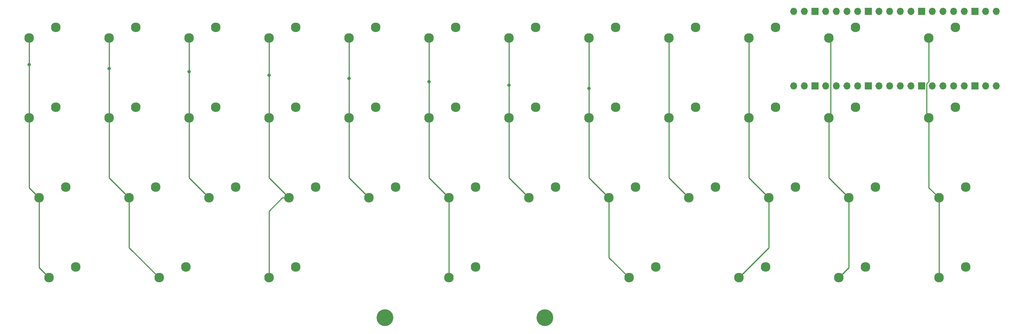
<source format=gbr>
%TF.GenerationSoftware,KiCad,Pcbnew,7.0.9*%
%TF.CreationDate,2024-02-13T22:10:24+01:00*%
%TF.ProjectId,bratski_keyboard,62726174-736b-4695-9f6b-6579626f6172,rev?*%
%TF.SameCoordinates,Original*%
%TF.FileFunction,Copper,L1,Top*%
%TF.FilePolarity,Positive*%
%FSLAX46Y46*%
G04 Gerber Fmt 4.6, Leading zero omitted, Abs format (unit mm)*
G04 Created by KiCad (PCBNEW 7.0.9) date 2024-02-13 22:10:24*
%MOMM*%
%LPD*%
G01*
G04 APERTURE LIST*
%TA.AperFunction,ComponentPad*%
%ADD10C,2.300000*%
%TD*%
%TA.AperFunction,ComponentPad*%
%ADD11C,4.000000*%
%TD*%
%TA.AperFunction,ComponentPad*%
%ADD12O,1.700000X1.700000*%
%TD*%
%TA.AperFunction,ComponentPad*%
%ADD13R,1.700000X1.700000*%
%TD*%
%TA.AperFunction,ViaPad*%
%ADD14C,0.800000*%
%TD*%
%TA.AperFunction,Conductor*%
%ADD15C,0.250000*%
%TD*%
G04 APERTURE END LIST*
D10*
%TO.P,SW42,1,1*%
%TO.N,COL9*%
X205581250Y-107950000D03*
%TO.P,SW42,2,2*%
%TO.N,Net-(D42-Pad2)*%
X211931250Y-105410000D03*
%TD*%
%TO.P,SW9,1,1*%
%TO.N,COL8*%
X188912500Y-50800000D03*
%TO.P,SW9,2,2*%
%TO.N,Net-(D9-Pad2)*%
X195262500Y-48260000D03*
%TD*%
%TO.P,SW5,1,1*%
%TO.N,COL4*%
X112712500Y-50800000D03*
%TO.P,SW5,2,2*%
%TO.N,Net-(D5-Pad2)*%
X119062500Y-48260000D03*
%TD*%
%TO.P,SW24,1,1*%
%TO.N,COL11*%
X250825000Y-69850000D03*
%TO.P,SW24,2,2*%
%TO.N,Net-(D24-Pad2)*%
X257175000Y-67310000D03*
%TD*%
%TO.P,SW17,1,1*%
%TO.N,COL4*%
X112712500Y-69850000D03*
%TO.P,SW17,2,2*%
%TO.N,Net-(D17-Pad2)*%
X119062500Y-67310000D03*
%TD*%
%TO.P,SW27,1,1*%
%TO.N,COL2*%
X79375000Y-88900000D03*
%TO.P,SW27,2,2*%
%TO.N,Net-(D27-Pad2)*%
X85725000Y-86360000D03*
%TD*%
%TO.P,SW30,1,1*%
%TO.N,COL5*%
X136525000Y-88900000D03*
%TO.P,SW30,2,2*%
%TO.N,Net-(D30-Pad2)*%
X142875000Y-86360000D03*
%TD*%
%TO.P,SW39,1,1*%
%TO.N,COL3*%
X93662500Y-107950000D03*
%TO.P,SW39,2,2*%
%TO.N,Net-(D39-Pad2)*%
X100012500Y-105410000D03*
%TD*%
%TO.P,SW6,1,1*%
%TO.N,COL5*%
X131762500Y-50800000D03*
%TO.P,SW6,2,2*%
%TO.N,Net-(D6-Pad2)*%
X138112500Y-48260000D03*
%TD*%
%TO.P,SW11,1,1*%
%TO.N,COL10*%
X227012500Y-50800000D03*
%TO.P,SW11,2,2*%
%TO.N,Net-(D11-Pad2)*%
X233362500Y-48260000D03*
%TD*%
%TO.P,SW13,1,1*%
%TO.N,COL0*%
X36512500Y-69850000D03*
%TO.P,SW13,2,2*%
%TO.N,Net-(D13-Pad2)*%
X42862500Y-67310000D03*
%TD*%
%TO.P,SW35,2,2*%
%TO.N,Net-(D35-Pad2)*%
X238125000Y-86360000D03*
%TO.P,SW35,1,1*%
%TO.N,COL10*%
X231775000Y-88900000D03*
%TD*%
%TO.P,SW44,1,1*%
%TO.N,COL11*%
X253206250Y-107950000D03*
%TO.P,SW44,2,2*%
%TO.N,Net-(D44-Pad2)*%
X259556250Y-105410000D03*
%TD*%
%TO.P,SW38,1,1*%
%TO.N,COL1*%
X67468750Y-107950000D03*
%TO.P,SW38,2,2*%
%TO.N,Net-(D38-Pad2)*%
X73818750Y-105410000D03*
%TD*%
%TO.P,SW29,1,1*%
%TO.N,COL4*%
X117475000Y-88900000D03*
%TO.P,SW29,2,2*%
%TO.N,Net-(D29-Pad2)*%
X123825000Y-86360000D03*
%TD*%
%TO.P,SW22,1,1*%
%TO.N,COL9*%
X207962500Y-69850000D03*
%TO.P,SW22,2,2*%
%TO.N,Net-(D22-Pad2)*%
X214312500Y-67310000D03*
%TD*%
%TO.P,SW31,1,1*%
%TO.N,COL6*%
X155575000Y-88900000D03*
%TO.P,SW31,2,2*%
%TO.N,Net-(D31-Pad2)*%
X161925000Y-86360000D03*
%TD*%
%TO.P,SW1,1,1*%
%TO.N,COL0*%
X36512500Y-50800000D03*
%TO.P,SW1,2,2*%
%TO.N,Net-(D1-Pad2)*%
X42862500Y-48260000D03*
%TD*%
%TO.P,SW10,1,1*%
%TO.N,COL9*%
X207962500Y-50800000D03*
%TO.P,SW10,2,2*%
%TO.N,Net-(D10-Pad2)*%
X214312500Y-48260000D03*
%TD*%
%TO.P,SW19,1,1*%
%TO.N,COL6*%
X150812500Y-69850000D03*
%TO.P,SW19,2,2*%
%TO.N,Net-(D19-Pad2)*%
X157162500Y-67310000D03*
%TD*%
%TO.P,SW37,1,1*%
%TO.N,COL0*%
X41275000Y-107950000D03*
%TO.P,SW37,2,2*%
%TO.N,Net-(D37-Pad2)*%
X47625000Y-105410000D03*
%TD*%
%TO.P,SW18,1,1*%
%TO.N,COL5*%
X131762500Y-69850000D03*
%TO.P,SW18,2,2*%
%TO.N,Net-(D18-Pad2)*%
X138112500Y-67310000D03*
%TD*%
%TO.P,SW12,1,1*%
%TO.N,COL11*%
X250825000Y-50800000D03*
%TO.P,SW12,2,2*%
%TO.N,Net-(D12-Pad2)*%
X257175000Y-48260000D03*
%TD*%
%TO.P,SW8,1,1*%
%TO.N,COL7*%
X169862500Y-50800000D03*
%TO.P,SW8,2,2*%
%TO.N,Net-(D8-Pad2)*%
X176212500Y-48260000D03*
%TD*%
%TO.P,SW21,1,1*%
%TO.N,COL8*%
X188912500Y-69850000D03*
%TO.P,SW21,2,2*%
%TO.N,Net-(D21-Pad2)*%
X195262500Y-67310000D03*
%TD*%
%TO.P,SW43,1,1*%
%TO.N,COL10*%
X229393750Y-107950000D03*
%TO.P,SW43,2,2*%
%TO.N,Net-(D43-Pad2)*%
X235743750Y-105410000D03*
%TD*%
%TO.P,SW16,1,1*%
%TO.N,COL3*%
X93662500Y-69850000D03*
%TO.P,SW16,2,2*%
%TO.N,Net-(D16-Pad2)*%
X100012500Y-67310000D03*
%TD*%
%TO.P,SW3,1,1*%
%TO.N,COL2*%
X74612500Y-50800000D03*
%TO.P,SW3,2,2*%
%TO.N,Net-(D3-Pad2)*%
X80962500Y-48260000D03*
%TD*%
%TO.P,SW40,1,1*%
%TO.N,COL5*%
X136525000Y-107950000D03*
%TO.P,SW40,2,2*%
%TO.N,Net-(D40-Pad2)*%
X142875000Y-105410000D03*
%TD*%
%TO.P,SW25,1,1*%
%TO.N,COL0*%
X38893750Y-88900000D03*
%TO.P,SW25,2,2*%
%TO.N,Net-(D25-Pad2)*%
X45243750Y-86360000D03*
%TD*%
%TO.P,SW36,1,1*%
%TO.N,COL11*%
X253206250Y-88900000D03*
%TO.P,SW36,2,2*%
%TO.N,Net-(D36-Pad2)*%
X259556250Y-86360000D03*
%TD*%
%TO.P,SW32,1,1*%
%TO.N,COL7*%
X174625000Y-88900000D03*
%TO.P,SW32,2,2*%
%TO.N,Net-(D32-Pad2)*%
X180975000Y-86360000D03*
%TD*%
%TO.P,SW4,1,1*%
%TO.N,COL3*%
X93662500Y-50800000D03*
%TO.P,SW4,2,2*%
%TO.N,Net-(D4-Pad2)*%
X100012500Y-48260000D03*
%TD*%
%TO.P,SW15,1,1*%
%TO.N,COL2*%
X74612500Y-69850000D03*
%TO.P,SW15,2,2*%
%TO.N,Net-(D15-Pad2)*%
X80962500Y-67310000D03*
%TD*%
%TO.P,SW23,1,1*%
%TO.N,COL10*%
X227012500Y-69850000D03*
%TO.P,SW23,2,2*%
%TO.N,Net-(D23-Pad2)*%
X233362500Y-67310000D03*
%TD*%
%TO.P,SW2,1,1*%
%TO.N,COL1*%
X55562500Y-50800000D03*
%TO.P,SW2,2,2*%
%TO.N,Net-(D2-Pad2)*%
X61912500Y-48260000D03*
%TD*%
%TO.P,SW26,1,1*%
%TO.N,COL1*%
X60325000Y-88900000D03*
%TO.P,SW26,2,2*%
%TO.N,Net-(D26-Pad2)*%
X66675000Y-86360000D03*
%TD*%
%TO.P,SW14,1,1*%
%TO.N,COL1*%
X55562500Y-69850000D03*
%TO.P,SW14,2,2*%
%TO.N,Net-(D14-Pad2)*%
X61912500Y-67310000D03*
%TD*%
%TO.P,SW20,1,1*%
%TO.N,COL7*%
X169862500Y-69850000D03*
%TO.P,SW20,2,2*%
%TO.N,Net-(D20-Pad2)*%
X176212500Y-67310000D03*
%TD*%
%TO.P,SW34,1,1*%
%TO.N,COL9*%
X212725000Y-88900000D03*
%TO.P,SW34,2,2*%
%TO.N,Net-(D34-Pad2)*%
X219075000Y-86360000D03*
%TD*%
%TO.P,SW33,1,1*%
%TO.N,COL8*%
X193675000Y-88900000D03*
%TO.P,SW33,2,2*%
%TO.N,Net-(D33-Pad2)*%
X200025000Y-86360000D03*
%TD*%
%TO.P,SW28,1,1*%
%TO.N,COL3*%
X98425000Y-88900000D03*
%TO.P,SW28,2,2*%
%TO.N,Net-(D28-Pad2)*%
X104775000Y-86360000D03*
%TD*%
%TO.P,SW41,1,1*%
%TO.N,COL7*%
X179387500Y-107950000D03*
%TO.P,SW41,2,2*%
%TO.N,Net-(D41-Pad2)*%
X185737500Y-105410000D03*
%TD*%
D11*
%TO.P,S1,*%
%TO.N,*%
X159385000Y-117475000D03*
X121285000Y-117475000D03*
%TD*%
D10*
%TO.P,SW7,1,1*%
%TO.N,COL6*%
X150812500Y-50800000D03*
%TO.P,SW7,2,2*%
%TO.N,Net-(D7-Pad2)*%
X157162500Y-48260000D03*
%TD*%
D12*
%TO.P,U1,1,GPIO0*%
%TO.N,ROW3*%
X266858750Y-62230000D03*
%TO.P,U1,2,GPIO1*%
%TO.N,ROW2*%
X264318750Y-62230000D03*
D13*
%TO.P,U1,3,GND*%
%TO.N,unconnected-(U1-Pad3)*%
X261778750Y-62230000D03*
D12*
%TO.P,U1,4,GPIO2*%
%TO.N,ROW1*%
X259238750Y-62230000D03*
%TO.P,U1,5,GPIO3*%
%TO.N,ROW0*%
X256698750Y-62230000D03*
%TO.P,U1,6,GPIO4*%
%TO.N,unconnected-(U1-Pad6)*%
X254158750Y-62230000D03*
%TO.P,U1,7,GPIO5*%
%TO.N,unconnected-(U1-Pad7)*%
X251618750Y-62230000D03*
D13*
%TO.P,U1,8,GND*%
%TO.N,unconnected-(U1-Pad8)*%
X249078750Y-62230000D03*
D12*
%TO.P,U1,9,GPIO6*%
%TO.N,COL0*%
X246538750Y-62230000D03*
%TO.P,U1,10,GPIO7*%
%TO.N,COL1*%
X243998750Y-62230000D03*
%TO.P,U1,11,GPIO8*%
%TO.N,COL2*%
X241458750Y-62230000D03*
%TO.P,U1,12,GPIO9*%
%TO.N,COL3*%
X238918750Y-62230000D03*
D13*
%TO.P,U1,13,GND*%
%TO.N,unconnected-(U1-Pad13)*%
X236378750Y-62230000D03*
D12*
%TO.P,U1,14,GPIO10*%
%TO.N,unconnected-(U1-Pad14)*%
X233838750Y-62230000D03*
%TO.P,U1,15,GPIO11*%
%TO.N,unconnected-(U1-Pad15)*%
X231298750Y-62230000D03*
%TO.P,U1,16,GPIO12*%
%TO.N,COL7*%
X228758750Y-62230000D03*
%TO.P,U1,17,GPIO13*%
%TO.N,COL6*%
X226218750Y-62230000D03*
D13*
%TO.P,U1,18,GND*%
%TO.N,unconnected-(U1-Pad18)*%
X223678750Y-62230000D03*
D12*
%TO.P,U1,19,GPIO14*%
%TO.N,COL5*%
X221138750Y-62230000D03*
%TO.P,U1,20,GPIO15*%
%TO.N,COL4*%
X218598750Y-62230000D03*
%TO.P,U1,21,GPIO16*%
%TO.N,unconnected-(U1-Pad21)*%
X218598750Y-44450000D03*
%TO.P,U1,22,GPIO17*%
%TO.N,unconnected-(U1-Pad22)*%
X221138750Y-44450000D03*
D13*
%TO.P,U1,23,GND*%
%TO.N,unconnected-(U1-Pad23)*%
X223678750Y-44450000D03*
D12*
%TO.P,U1,24,GPIO18*%
%TO.N,unconnected-(U1-Pad24)*%
X226218750Y-44450000D03*
%TO.P,U1,25,GPIO19*%
%TO.N,COL8*%
X228758750Y-44450000D03*
%TO.P,U1,26,GPIO20*%
%TO.N,COL9*%
X231298750Y-44450000D03*
%TO.P,U1,27,GPIO21*%
%TO.N,COL10*%
X233838750Y-44450000D03*
D13*
%TO.P,U1,28,GND*%
%TO.N,unconnected-(U1-Pad28)*%
X236378750Y-44450000D03*
D12*
%TO.P,U1,29,GPIO22*%
%TO.N,unconnected-(U1-Pad29)*%
X238918750Y-44450000D03*
%TO.P,U1,30,RUN*%
%TO.N,unconnected-(U1-Pad30)*%
X241458750Y-44450000D03*
%TO.P,U1,31,GPIO26_ADC0*%
%TO.N,unconnected-(U1-Pad31)*%
X243998750Y-44450000D03*
%TO.P,U1,32,GPIO27_ADC1*%
%TO.N,unconnected-(U1-Pad32)*%
X246538750Y-44450000D03*
D13*
%TO.P,U1,33,AGND*%
%TO.N,unconnected-(U1-Pad33)*%
X249078750Y-44450000D03*
D12*
%TO.P,U1,34,GPIO28_ADC2*%
%TO.N,COL11*%
X251618750Y-44450000D03*
%TO.P,U1,35,ADC_VREF*%
%TO.N,unconnected-(U1-Pad35)*%
X254158750Y-44450000D03*
%TO.P,U1,36,3V3*%
%TO.N,unconnected-(U1-Pad36)*%
X256698750Y-44450000D03*
%TO.P,U1,37,3V3_EN*%
%TO.N,unconnected-(U1-Pad37)*%
X259238750Y-44450000D03*
D13*
%TO.P,U1,38,GND*%
%TO.N,unconnected-(U1-Pad38)*%
X261778750Y-44450000D03*
D12*
%TO.P,U1,39,VSYS*%
%TO.N,unconnected-(U1-Pad39)*%
X264318750Y-44450000D03*
%TO.P,U1,40,VBUS*%
%TO.N,unconnected-(U1-Pad40)*%
X266858750Y-44450000D03*
%TD*%
D14*
%TO.N,COL0*%
X36512500Y-57150000D03*
%TO.N,COL1*%
X55562500Y-58033250D03*
%TO.N,COL2*%
X74612500Y-58827000D03*
%TO.N,COL3*%
X93662500Y-59620750D03*
%TO.N,COL4*%
X112712500Y-60414500D03*
%TO.N,COL5*%
X131762500Y-61208250D03*
%TO.N,COL6*%
X150812500Y-62002000D03*
%TO.N,COL7*%
X169862500Y-62795750D03*
%TD*%
D15*
%TO.N,COL0*%
X36512500Y-86518750D02*
X38893750Y-88900000D01*
X36512500Y-69850000D02*
X36512500Y-86518750D01*
X38893750Y-105568750D02*
X41275000Y-107950000D01*
X38893750Y-88900000D02*
X38893750Y-105568750D01*
X36512500Y-57150000D02*
X36512500Y-69850000D01*
X36512500Y-50800000D02*
X36512500Y-57150000D01*
%TO.N,COL1*%
X55562500Y-50800000D02*
X55562500Y-69850000D01*
X55562500Y-69850000D02*
X55562500Y-84137500D01*
X60325000Y-100806250D02*
X67468750Y-107950000D01*
X55562500Y-84137500D02*
X60325000Y-88900000D01*
X60325000Y-88900000D02*
X60325000Y-100806250D01*
%TO.N,COL2*%
X74612500Y-69850000D02*
X74612500Y-84137500D01*
X74612500Y-50800000D02*
X74612500Y-69850000D01*
X74612500Y-84137500D02*
X79375000Y-88900000D01*
%TO.N,COL3*%
X98425000Y-88900000D02*
X96798655Y-88900000D01*
X93662500Y-84137500D02*
X98425000Y-88900000D01*
X93662500Y-69850000D02*
X93662500Y-84137500D01*
X96798655Y-88900000D02*
X93662500Y-92036155D01*
X93662500Y-50800000D02*
X93662500Y-69850000D01*
X93662500Y-92036155D02*
X93662500Y-107950000D01*
%TO.N,COL4*%
X112712500Y-50800000D02*
X112712500Y-69850000D01*
X112712500Y-69850000D02*
X112712500Y-84137500D01*
X112712500Y-84137500D02*
X117475000Y-88900000D01*
%TO.N,COL5*%
X131762500Y-50800000D02*
X131762500Y-69850000D01*
X131762500Y-84137500D02*
X136525000Y-88900000D01*
X136525000Y-88900000D02*
X136525000Y-107950000D01*
X131762500Y-69850000D02*
X131762500Y-84137500D01*
%TO.N,COL6*%
X150812500Y-50800000D02*
X150812500Y-69850000D01*
X150812500Y-69850000D02*
X150812500Y-84137500D01*
X150812500Y-84137500D02*
X155575000Y-88900000D01*
%TO.N,COL7*%
X174625000Y-88900000D02*
X174625000Y-103187500D01*
X174625000Y-103187500D02*
X179387500Y-107950000D01*
X169862500Y-84137500D02*
X174625000Y-88900000D01*
X169862500Y-69850000D02*
X169862500Y-84137500D01*
X169862500Y-50800000D02*
X169862500Y-69850000D01*
%TO.N,COL8*%
X188912500Y-84137500D02*
X193675000Y-88900000D01*
X188912500Y-69850000D02*
X188912500Y-84137500D01*
X188912500Y-50800000D02*
X188912500Y-69850000D01*
%TO.N,COL9*%
X212725000Y-88900000D02*
X212725000Y-100806250D01*
X212725000Y-100806250D02*
X205581250Y-107950000D01*
X207962500Y-69850000D02*
X207962500Y-84137500D01*
X207962500Y-50800000D02*
X207962500Y-69850000D01*
X207962500Y-84137500D02*
X212725000Y-88900000D01*
%TO.N,COL10*%
X227012500Y-84137500D02*
X231775000Y-88900000D01*
X231775000Y-88900000D02*
X231775000Y-105568750D01*
X231775000Y-105568750D02*
X229393750Y-107950000D01*
X227012500Y-69850000D02*
X227012500Y-84137500D01*
X227393750Y-69468750D02*
X227012500Y-69850000D01*
X227012500Y-50800000D02*
X227393750Y-51181250D01*
X227393750Y-51181250D02*
X227393750Y-69468750D01*
%TO.N,COL11*%
X250825000Y-50800000D02*
X250825000Y-61118750D01*
X250825000Y-69850000D02*
X250825000Y-86518750D01*
X250825000Y-61118750D02*
X250253750Y-61690000D01*
X253206250Y-88900000D02*
X253206250Y-107950000D01*
X250253750Y-69278750D02*
X250825000Y-69850000D01*
X250825000Y-86518750D02*
X253206250Y-88900000D01*
X250253750Y-61690000D02*
X250253750Y-69278750D01*
%TD*%
M02*

</source>
